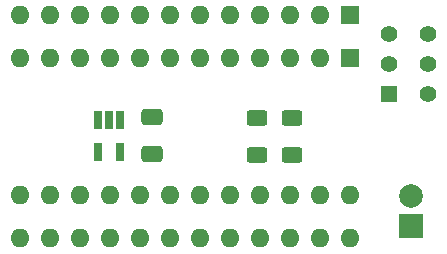
<source format=gbr>
%TF.GenerationSoftware,KiCad,Pcbnew,(7.0.0-0)*%
%TF.CreationDate,2024-02-02T16:24:01+09:00*%
%TF.ProjectId,A2Dead-Test-Switcher_V1.2_OS.kicad_X8_pcb,41324465-6164-42d5-9465-73742d537769,rev?*%
%TF.SameCoordinates,Original*%
%TF.FileFunction,Soldermask,Top*%
%TF.FilePolarity,Negative*%
%FSLAX46Y46*%
G04 Gerber Fmt 4.6, Leading zero omitted, Abs format (unit mm)*
G04 Created by KiCad (PCBNEW (7.0.0-0)) date 2024-02-02 16:24:01*
%MOMM*%
%LPD*%
G01*
G04 APERTURE LIST*
G04 Aperture macros list*
%AMRoundRect*
0 Rectangle with rounded corners*
0 $1 Rounding radius*
0 $2 $3 $4 $5 $6 $7 $8 $9 X,Y pos of 4 corners*
0 Add a 4 corners polygon primitive as box body*
4,1,4,$2,$3,$4,$5,$6,$7,$8,$9,$2,$3,0*
0 Add four circle primitives for the rounded corners*
1,1,$1+$1,$2,$3*
1,1,$1+$1,$4,$5*
1,1,$1+$1,$6,$7*
1,1,$1+$1,$8,$9*
0 Add four rect primitives between the rounded corners*
20,1,$1+$1,$2,$3,$4,$5,0*
20,1,$1+$1,$4,$5,$6,$7,0*
20,1,$1+$1,$6,$7,$8,$9,0*
20,1,$1+$1,$8,$9,$2,$3,0*%
G04 Aperture macros list end*
%ADD10R,1.600000X1.600000*%
%ADD11O,1.600000X1.600000*%
%ADD12RoundRect,0.250000X0.650000X-0.412500X0.650000X0.412500X-0.650000X0.412500X-0.650000X-0.412500X0*%
%ADD13R,1.400000X1.400000*%
%ADD14C,1.400000*%
%ADD15RoundRect,0.250000X0.625000X-0.400000X0.625000X0.400000X-0.625000X0.400000X-0.625000X-0.400000X0*%
%ADD16R,2.000000X2.000000*%
%ADD17C,2.000000*%
%ADD18R,0.650000X1.560000*%
%ADD19RoundRect,0.250000X-0.625000X0.400000X-0.625000X-0.400000X0.625000X-0.400000X0.625000X0.400000X0*%
G04 APERTURE END LIST*
D10*
%TO.C,U2*%
X133532699Y-121619499D03*
D11*
X130992699Y-121619499D03*
X128452699Y-121619499D03*
X125912699Y-121619499D03*
X123372699Y-121619499D03*
X120832699Y-121619499D03*
X118292699Y-121619499D03*
X115752699Y-121619499D03*
X113212699Y-121619499D03*
X110672699Y-121619499D03*
X108132699Y-121619499D03*
X105592699Y-121619499D03*
X105592699Y-136859499D03*
X108132699Y-136859499D03*
X110672699Y-136859499D03*
X113212699Y-136859499D03*
X115752699Y-136859499D03*
X118292699Y-136859499D03*
X120832699Y-136859499D03*
X123372699Y-136859499D03*
X125912699Y-136859499D03*
X128452699Y-136859499D03*
X130992699Y-136859499D03*
X133532699Y-136859499D03*
%TD*%
D12*
%TO.C,C1*%
X116772700Y-129702000D03*
X116772700Y-126577000D03*
%TD*%
D13*
%TO.C,SW1*%
X136834699Y-124585499D03*
D14*
X136834700Y-122085500D03*
X136834700Y-119585500D03*
X140134700Y-124585500D03*
X140134700Y-122085500D03*
X140134700Y-119585500D03*
%TD*%
D15*
%TO.C,R1*%
X125682700Y-129759500D03*
X125682700Y-126659500D03*
%TD*%
D16*
%TO.C,D1*%
X138652699Y-135841499D03*
D17*
X138652700Y-133301500D03*
%TD*%
D10*
%TO.C,U3*%
X133532699Y-117934499D03*
D11*
X130992699Y-117934499D03*
X128452699Y-117934499D03*
X125912699Y-117934499D03*
X123372699Y-117934499D03*
X120832699Y-117934499D03*
X118292699Y-117934499D03*
X115752699Y-117934499D03*
X113212699Y-117934499D03*
X110672699Y-117934499D03*
X108132699Y-117934499D03*
X105592699Y-117934499D03*
X105592699Y-133174499D03*
X108132699Y-133174499D03*
X110672699Y-133174499D03*
X113212699Y-133174499D03*
X115752699Y-133174499D03*
X118292699Y-133174499D03*
X120832699Y-133174499D03*
X123372699Y-133174499D03*
X125912699Y-133174499D03*
X128452699Y-133174499D03*
X130992699Y-133174499D03*
X133532699Y-133174499D03*
%TD*%
D18*
%TO.C,U1*%
X114082699Y-126839499D03*
X113132699Y-126839499D03*
X112182699Y-126839499D03*
X112182699Y-129539499D03*
X114082699Y-129539499D03*
%TD*%
D19*
%TO.C,R2*%
X128632700Y-126679500D03*
X128632700Y-129779500D03*
%TD*%
M02*

</source>
